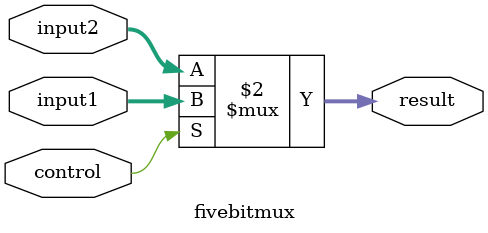
<source format=v>
module fivebitmux(input[4:0] input1, input2,
	input control,
	output [4:0] result);
	
	assign result = (control == 1'b1) ? input1 : input2;
	
endmodule
</source>
